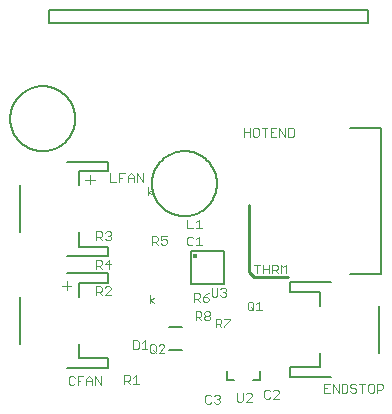
<source format=gto>
G75*
%MOIN*%
%OFA0B0*%
%FSLAX25Y25*%
%IPPOS*%
%LPD*%
%AMOC8*
5,1,8,0,0,1.08239X$1,22.5*
%
%ADD10C,0.00400*%
%ADD11C,0.00300*%
%ADD12C,0.01000*%
%ADD13C,0.00600*%
%ADD14C,0.00800*%
%ADD15C,0.00500*%
%ADD16C,0.01575*%
D10*
X0067068Y0079404D02*
X0067068Y0082473D01*
X0068602Y0080939D02*
X0065533Y0080939D01*
X0074868Y0114804D02*
X0074868Y0117873D01*
X0076402Y0116339D02*
X0073333Y0116339D01*
D11*
X0081644Y0115527D02*
X0083579Y0115527D01*
X0084590Y0115527D02*
X0084590Y0118430D01*
X0086525Y0118430D01*
X0087537Y0117462D02*
X0088504Y0118430D01*
X0089472Y0117462D01*
X0089472Y0115527D01*
X0090483Y0115527D02*
X0090483Y0118430D01*
X0092418Y0115527D01*
X0092418Y0118430D01*
X0089472Y0116978D02*
X0087537Y0116978D01*
X0087537Y0117462D02*
X0087537Y0115527D01*
X0085558Y0116978D02*
X0084590Y0116978D01*
X0081644Y0115527D02*
X0081644Y0118430D01*
X0094283Y0114004D02*
X0094283Y0111102D01*
X0094283Y0112069D02*
X0095734Y0113037D01*
X0094283Y0112069D02*
X0095734Y0111102D01*
X0095572Y0097522D02*
X0097023Y0097522D01*
X0097507Y0097039D01*
X0097507Y0096071D01*
X0097023Y0095587D01*
X0095572Y0095587D01*
X0095572Y0094620D02*
X0095572Y0097522D01*
X0096540Y0095587D02*
X0097507Y0094620D01*
X0098519Y0095104D02*
X0099002Y0094620D01*
X0099970Y0094620D01*
X0100454Y0095104D01*
X0100454Y0096071D01*
X0099970Y0096555D01*
X0099486Y0096555D01*
X0098519Y0096071D01*
X0098519Y0097522D01*
X0100454Y0097522D01*
X0107333Y0096880D02*
X0107333Y0094945D01*
X0107817Y0094461D01*
X0108785Y0094461D01*
X0109268Y0094945D01*
X0110280Y0094461D02*
X0112215Y0094461D01*
X0111247Y0094461D02*
X0111247Y0097363D01*
X0110280Y0096396D01*
X0109268Y0096880D02*
X0108785Y0097363D01*
X0107817Y0097363D01*
X0107333Y0096880D01*
X0107383Y0100139D02*
X0109318Y0100139D01*
X0110330Y0100139D02*
X0112265Y0100139D01*
X0111297Y0100139D02*
X0111297Y0103041D01*
X0110330Y0102074D01*
X0107383Y0103041D02*
X0107383Y0100139D01*
X0115417Y0080266D02*
X0115417Y0077847D01*
X0115901Y0077363D01*
X0116869Y0077363D01*
X0117352Y0077847D01*
X0117352Y0080266D01*
X0118364Y0079782D02*
X0118848Y0080266D01*
X0119815Y0080266D01*
X0120299Y0079782D01*
X0120299Y0079298D01*
X0119815Y0078814D01*
X0120299Y0078331D01*
X0120299Y0077847D01*
X0119815Y0077363D01*
X0118848Y0077363D01*
X0118364Y0077847D01*
X0119331Y0078814D02*
X0119815Y0078814D01*
X0114406Y0078622D02*
X0113438Y0078139D01*
X0112471Y0077171D01*
X0113922Y0077171D01*
X0114406Y0076687D01*
X0114406Y0076204D01*
X0113922Y0075720D01*
X0112954Y0075720D01*
X0112471Y0076204D01*
X0112471Y0077171D01*
X0111459Y0077171D02*
X0110975Y0076687D01*
X0109524Y0076687D01*
X0109524Y0075720D02*
X0109524Y0078622D01*
X0110975Y0078622D01*
X0111459Y0078139D01*
X0111459Y0077171D01*
X0110491Y0076687D02*
X0111459Y0075720D01*
X0111534Y0072441D02*
X0110083Y0072441D01*
X0110083Y0069539D01*
X0110083Y0070506D02*
X0111534Y0070506D01*
X0112018Y0070990D01*
X0112018Y0071958D01*
X0111534Y0072441D01*
X0113030Y0071958D02*
X0113030Y0071474D01*
X0113513Y0070990D01*
X0114481Y0070990D01*
X0114965Y0070506D01*
X0114965Y0070023D01*
X0114481Y0069539D01*
X0113513Y0069539D01*
X0113030Y0070023D01*
X0113030Y0070506D01*
X0113513Y0070990D01*
X0114481Y0070990D02*
X0114965Y0071474D01*
X0114965Y0071958D01*
X0114481Y0072441D01*
X0113513Y0072441D01*
X0113030Y0071958D01*
X0111051Y0070506D02*
X0112018Y0069539D01*
X0116771Y0070053D02*
X0116771Y0067151D01*
X0116771Y0068118D02*
X0118222Y0068118D01*
X0118706Y0068602D01*
X0118706Y0069569D01*
X0118222Y0070053D01*
X0116771Y0070053D01*
X0117739Y0068118D02*
X0118706Y0067151D01*
X0119718Y0067151D02*
X0119718Y0067634D01*
X0121653Y0069569D01*
X0121653Y0070053D01*
X0119718Y0070053D01*
X0127439Y0073293D02*
X0127923Y0072810D01*
X0128890Y0072810D01*
X0129374Y0073293D01*
X0129374Y0075228D01*
X0128890Y0075712D01*
X0127923Y0075712D01*
X0127439Y0075228D01*
X0127439Y0073293D01*
X0128406Y0073777D02*
X0129374Y0072810D01*
X0130385Y0072810D02*
X0132320Y0072810D01*
X0131353Y0072810D02*
X0131353Y0075712D01*
X0130385Y0074745D01*
X0130543Y0085134D02*
X0130543Y0088037D01*
X0131510Y0088037D02*
X0129575Y0088037D01*
X0132522Y0088037D02*
X0132522Y0085134D01*
X0132522Y0086585D02*
X0134457Y0086585D01*
X0135468Y0086102D02*
X0136919Y0086102D01*
X0137403Y0086585D01*
X0137403Y0087553D01*
X0136919Y0088037D01*
X0135468Y0088037D01*
X0135468Y0085134D01*
X0134457Y0085134D02*
X0134457Y0088037D01*
X0136436Y0086102D02*
X0137403Y0085134D01*
X0138415Y0085134D02*
X0138415Y0088037D01*
X0139382Y0087069D01*
X0140350Y0088037D01*
X0140350Y0085134D01*
X0152891Y0048207D02*
X0152891Y0045305D01*
X0154826Y0045305D01*
X0155837Y0045305D02*
X0155837Y0048207D01*
X0157772Y0045305D01*
X0157772Y0048207D01*
X0158784Y0048207D02*
X0160235Y0048207D01*
X0160719Y0047724D01*
X0160719Y0045789D01*
X0160235Y0045305D01*
X0158784Y0045305D01*
X0158784Y0048207D01*
X0161730Y0047724D02*
X0161730Y0047240D01*
X0162214Y0046756D01*
X0163182Y0046756D01*
X0163665Y0046272D01*
X0163665Y0045789D01*
X0163182Y0045305D01*
X0162214Y0045305D01*
X0161730Y0045789D01*
X0161730Y0047724D02*
X0162214Y0048207D01*
X0163182Y0048207D01*
X0163665Y0047724D01*
X0164677Y0048207D02*
X0166612Y0048207D01*
X0165645Y0048207D02*
X0165645Y0045305D01*
X0167624Y0045789D02*
X0167624Y0047724D01*
X0168107Y0048207D01*
X0169075Y0048207D01*
X0169559Y0047724D01*
X0169559Y0045789D01*
X0169075Y0045305D01*
X0168107Y0045305D01*
X0167624Y0045789D01*
X0170570Y0046272D02*
X0172021Y0046272D01*
X0172505Y0046756D01*
X0172505Y0047724D01*
X0172021Y0048207D01*
X0170570Y0048207D01*
X0170570Y0045305D01*
X0154826Y0048207D02*
X0152891Y0048207D01*
X0152891Y0046756D02*
X0153858Y0046756D01*
X0137834Y0045763D02*
X0137350Y0046247D01*
X0136383Y0046247D01*
X0135899Y0045763D01*
X0134887Y0045763D02*
X0134404Y0046247D01*
X0133436Y0046247D01*
X0132952Y0045763D01*
X0132952Y0043828D01*
X0133436Y0043344D01*
X0134404Y0043344D01*
X0134887Y0043828D01*
X0135899Y0043344D02*
X0137834Y0045279D01*
X0137834Y0045763D01*
X0137834Y0043344D02*
X0135899Y0043344D01*
X0128733Y0044305D02*
X0128733Y0044788D01*
X0128250Y0045272D01*
X0127282Y0045272D01*
X0126798Y0044788D01*
X0125787Y0045272D02*
X0125787Y0042853D01*
X0125303Y0042370D01*
X0124336Y0042370D01*
X0123852Y0042853D01*
X0123852Y0045272D01*
X0126798Y0042370D02*
X0128733Y0044305D01*
X0128733Y0042370D02*
X0126798Y0042370D01*
X0118215Y0042145D02*
X0117731Y0041661D01*
X0116764Y0041661D01*
X0116280Y0042145D01*
X0115268Y0042145D02*
X0114785Y0041661D01*
X0113817Y0041661D01*
X0113333Y0042145D01*
X0113333Y0044080D01*
X0113817Y0044563D01*
X0114785Y0044563D01*
X0115268Y0044080D01*
X0116280Y0044080D02*
X0116764Y0044563D01*
X0117731Y0044563D01*
X0118215Y0044080D01*
X0118215Y0043596D01*
X0117731Y0043112D01*
X0118215Y0042628D01*
X0118215Y0042145D01*
X0117731Y0043112D02*
X0117247Y0043112D01*
X0099698Y0058631D02*
X0097763Y0058631D01*
X0099698Y0060566D01*
X0099698Y0061050D01*
X0099215Y0061533D01*
X0098247Y0061533D01*
X0097763Y0061050D01*
X0096752Y0061050D02*
X0096752Y0059115D01*
X0096268Y0058631D01*
X0095301Y0058631D01*
X0094817Y0059115D01*
X0094817Y0061050D01*
X0095301Y0061533D01*
X0096268Y0061533D01*
X0096752Y0061050D01*
X0095784Y0059598D02*
X0096752Y0058631D01*
X0094045Y0059880D02*
X0092110Y0059880D01*
X0093077Y0059880D02*
X0093077Y0062782D01*
X0092110Y0061815D01*
X0091098Y0062299D02*
X0091098Y0060364D01*
X0090615Y0059880D01*
X0089163Y0059880D01*
X0089163Y0062782D01*
X0090615Y0062782D01*
X0091098Y0062299D01*
X0090305Y0051276D02*
X0090305Y0048373D01*
X0091272Y0048373D02*
X0089337Y0048373D01*
X0088326Y0048373D02*
X0087358Y0049341D01*
X0087842Y0049341D02*
X0086391Y0049341D01*
X0086391Y0048373D02*
X0086391Y0051276D01*
X0087842Y0051276D01*
X0088326Y0050792D01*
X0088326Y0049825D01*
X0087842Y0049341D01*
X0089337Y0050308D02*
X0090305Y0051276D01*
X0078585Y0050826D02*
X0078585Y0047924D01*
X0076650Y0050826D01*
X0076650Y0047924D01*
X0075639Y0047924D02*
X0075639Y0049859D01*
X0074671Y0050826D01*
X0073704Y0049859D01*
X0073704Y0047924D01*
X0073704Y0049375D02*
X0075639Y0049375D01*
X0072692Y0050826D02*
X0070757Y0050826D01*
X0070757Y0047924D01*
X0069746Y0048408D02*
X0069262Y0047924D01*
X0068294Y0047924D01*
X0067811Y0048408D01*
X0067811Y0050343D01*
X0068294Y0050826D01*
X0069262Y0050826D01*
X0069746Y0050343D01*
X0070757Y0049375D02*
X0071725Y0049375D01*
X0094883Y0075102D02*
X0094883Y0078004D01*
X0096334Y0077037D02*
X0094883Y0076069D01*
X0096334Y0075102D01*
X0081739Y0077893D02*
X0079804Y0077893D01*
X0081739Y0079828D01*
X0081739Y0080312D01*
X0081255Y0080796D01*
X0080287Y0080796D01*
X0079804Y0080312D01*
X0078792Y0080312D02*
X0078792Y0079344D01*
X0078308Y0078861D01*
X0076857Y0078861D01*
X0077825Y0078861D02*
X0078792Y0077893D01*
X0076857Y0077893D02*
X0076857Y0080796D01*
X0078308Y0080796D01*
X0078792Y0080312D01*
X0078792Y0086704D02*
X0077825Y0087672D01*
X0078308Y0087672D02*
X0076857Y0087672D01*
X0076857Y0086704D02*
X0076857Y0089607D01*
X0078308Y0089607D01*
X0078792Y0089123D01*
X0078792Y0088155D01*
X0078308Y0087672D01*
X0079804Y0088155D02*
X0081739Y0088155D01*
X0081255Y0086704D02*
X0081255Y0089607D01*
X0079804Y0088155D01*
X0080487Y0096161D02*
X0080004Y0096645D01*
X0080487Y0096161D02*
X0081455Y0096161D01*
X0081939Y0096645D01*
X0081939Y0097128D01*
X0081455Y0097612D01*
X0080971Y0097612D01*
X0081455Y0097612D02*
X0081939Y0098096D01*
X0081939Y0098580D01*
X0081455Y0099063D01*
X0080487Y0099063D01*
X0080004Y0098580D01*
X0078992Y0098580D02*
X0078992Y0097612D01*
X0078508Y0097128D01*
X0077057Y0097128D01*
X0077057Y0096161D02*
X0077057Y0099063D01*
X0078508Y0099063D01*
X0078992Y0098580D01*
X0078025Y0097128D02*
X0078992Y0096161D01*
X0126231Y0130639D02*
X0126231Y0133541D01*
X0126231Y0132090D02*
X0128166Y0132090D01*
X0129178Y0131123D02*
X0129661Y0130639D01*
X0130629Y0130639D01*
X0131113Y0131123D01*
X0131113Y0133058D01*
X0130629Y0133541D01*
X0129661Y0133541D01*
X0129178Y0133058D01*
X0129178Y0131123D01*
X0128166Y0130639D02*
X0128166Y0133541D01*
X0132124Y0133541D02*
X0134059Y0133541D01*
X0133092Y0133541D02*
X0133092Y0130639D01*
X0135071Y0130639D02*
X0135071Y0133541D01*
X0137006Y0133541D01*
X0138017Y0133541D02*
X0138017Y0130639D01*
X0137006Y0130639D02*
X0135071Y0130639D01*
X0135071Y0132090D02*
X0136038Y0132090D01*
X0138017Y0133541D02*
X0139952Y0130639D01*
X0139952Y0133541D01*
X0140964Y0133541D02*
X0142415Y0133541D01*
X0142899Y0133058D01*
X0142899Y0131123D01*
X0142415Y0130639D01*
X0140964Y0130639D01*
X0140964Y0133541D01*
D12*
X0127733Y0107837D02*
X0127733Y0085637D01*
X0129533Y0083837D01*
X0140933Y0083837D01*
D13*
X0095561Y0115029D02*
X0095564Y0115295D01*
X0095574Y0115560D01*
X0095590Y0115825D01*
X0095613Y0116090D01*
X0095642Y0116354D01*
X0095678Y0116618D01*
X0095720Y0116880D01*
X0095769Y0117141D01*
X0095824Y0117401D01*
X0095885Y0117660D01*
X0095953Y0117917D01*
X0096027Y0118172D01*
X0096107Y0118425D01*
X0096194Y0118677D01*
X0096286Y0118926D01*
X0096385Y0119172D01*
X0096490Y0119417D01*
X0096601Y0119658D01*
X0096717Y0119897D01*
X0096839Y0120133D01*
X0096968Y0120366D01*
X0097101Y0120595D01*
X0097241Y0120821D01*
X0097386Y0121044D01*
X0097536Y0121263D01*
X0097692Y0121479D01*
X0097853Y0121690D01*
X0098019Y0121898D01*
X0098190Y0122101D01*
X0098366Y0122300D01*
X0098547Y0122495D01*
X0098732Y0122685D01*
X0098922Y0122870D01*
X0099117Y0123051D01*
X0099316Y0123227D01*
X0099519Y0123398D01*
X0099727Y0123564D01*
X0099938Y0123725D01*
X0100154Y0123881D01*
X0100373Y0124031D01*
X0100596Y0124176D01*
X0100822Y0124316D01*
X0101051Y0124449D01*
X0101284Y0124578D01*
X0101520Y0124700D01*
X0101759Y0124816D01*
X0102000Y0124927D01*
X0102245Y0125032D01*
X0102491Y0125131D01*
X0102740Y0125223D01*
X0102992Y0125310D01*
X0103245Y0125390D01*
X0103500Y0125464D01*
X0103757Y0125532D01*
X0104016Y0125593D01*
X0104276Y0125648D01*
X0104537Y0125697D01*
X0104799Y0125739D01*
X0105063Y0125775D01*
X0105327Y0125804D01*
X0105592Y0125827D01*
X0105857Y0125843D01*
X0106122Y0125853D01*
X0106388Y0125856D01*
X0106654Y0125853D01*
X0106919Y0125843D01*
X0107184Y0125827D01*
X0107449Y0125804D01*
X0107713Y0125775D01*
X0107977Y0125739D01*
X0108239Y0125697D01*
X0108500Y0125648D01*
X0108760Y0125593D01*
X0109019Y0125532D01*
X0109276Y0125464D01*
X0109531Y0125390D01*
X0109784Y0125310D01*
X0110036Y0125223D01*
X0110285Y0125131D01*
X0110531Y0125032D01*
X0110776Y0124927D01*
X0111017Y0124816D01*
X0111256Y0124700D01*
X0111492Y0124578D01*
X0111725Y0124449D01*
X0111954Y0124316D01*
X0112180Y0124176D01*
X0112403Y0124031D01*
X0112622Y0123881D01*
X0112838Y0123725D01*
X0113049Y0123564D01*
X0113257Y0123398D01*
X0113460Y0123227D01*
X0113659Y0123051D01*
X0113854Y0122870D01*
X0114044Y0122685D01*
X0114229Y0122495D01*
X0114410Y0122300D01*
X0114586Y0122101D01*
X0114757Y0121898D01*
X0114923Y0121690D01*
X0115084Y0121479D01*
X0115240Y0121263D01*
X0115390Y0121044D01*
X0115535Y0120821D01*
X0115675Y0120595D01*
X0115808Y0120366D01*
X0115937Y0120133D01*
X0116059Y0119897D01*
X0116175Y0119658D01*
X0116286Y0119417D01*
X0116391Y0119172D01*
X0116490Y0118926D01*
X0116582Y0118677D01*
X0116669Y0118425D01*
X0116749Y0118172D01*
X0116823Y0117917D01*
X0116891Y0117660D01*
X0116952Y0117401D01*
X0117007Y0117141D01*
X0117056Y0116880D01*
X0117098Y0116618D01*
X0117134Y0116354D01*
X0117163Y0116090D01*
X0117186Y0115825D01*
X0117202Y0115560D01*
X0117212Y0115295D01*
X0117215Y0115029D01*
X0117212Y0114763D01*
X0117202Y0114498D01*
X0117186Y0114233D01*
X0117163Y0113968D01*
X0117134Y0113704D01*
X0117098Y0113440D01*
X0117056Y0113178D01*
X0117007Y0112917D01*
X0116952Y0112657D01*
X0116891Y0112398D01*
X0116823Y0112141D01*
X0116749Y0111886D01*
X0116669Y0111633D01*
X0116582Y0111381D01*
X0116490Y0111132D01*
X0116391Y0110886D01*
X0116286Y0110641D01*
X0116175Y0110400D01*
X0116059Y0110161D01*
X0115937Y0109925D01*
X0115808Y0109692D01*
X0115675Y0109463D01*
X0115535Y0109237D01*
X0115390Y0109014D01*
X0115240Y0108795D01*
X0115084Y0108579D01*
X0114923Y0108368D01*
X0114757Y0108160D01*
X0114586Y0107957D01*
X0114410Y0107758D01*
X0114229Y0107563D01*
X0114044Y0107373D01*
X0113854Y0107188D01*
X0113659Y0107007D01*
X0113460Y0106831D01*
X0113257Y0106660D01*
X0113049Y0106494D01*
X0112838Y0106333D01*
X0112622Y0106177D01*
X0112403Y0106027D01*
X0112180Y0105882D01*
X0111954Y0105742D01*
X0111725Y0105609D01*
X0111492Y0105480D01*
X0111256Y0105358D01*
X0111017Y0105242D01*
X0110776Y0105131D01*
X0110531Y0105026D01*
X0110285Y0104927D01*
X0110036Y0104835D01*
X0109784Y0104748D01*
X0109531Y0104668D01*
X0109276Y0104594D01*
X0109019Y0104526D01*
X0108760Y0104465D01*
X0108500Y0104410D01*
X0108239Y0104361D01*
X0107977Y0104319D01*
X0107713Y0104283D01*
X0107449Y0104254D01*
X0107184Y0104231D01*
X0106919Y0104215D01*
X0106654Y0104205D01*
X0106388Y0104202D01*
X0106122Y0104205D01*
X0105857Y0104215D01*
X0105592Y0104231D01*
X0105327Y0104254D01*
X0105063Y0104283D01*
X0104799Y0104319D01*
X0104537Y0104361D01*
X0104276Y0104410D01*
X0104016Y0104465D01*
X0103757Y0104526D01*
X0103500Y0104594D01*
X0103245Y0104668D01*
X0102992Y0104748D01*
X0102740Y0104835D01*
X0102491Y0104927D01*
X0102245Y0105026D01*
X0102000Y0105131D01*
X0101759Y0105242D01*
X0101520Y0105358D01*
X0101284Y0105480D01*
X0101051Y0105609D01*
X0100822Y0105742D01*
X0100596Y0105882D01*
X0100373Y0106027D01*
X0100154Y0106177D01*
X0099938Y0106333D01*
X0099727Y0106494D01*
X0099519Y0106660D01*
X0099316Y0106831D01*
X0099117Y0107007D01*
X0098922Y0107188D01*
X0098732Y0107373D01*
X0098547Y0107563D01*
X0098366Y0107758D01*
X0098190Y0107957D01*
X0098019Y0108160D01*
X0097853Y0108368D01*
X0097692Y0108579D01*
X0097536Y0108795D01*
X0097386Y0109014D01*
X0097241Y0109237D01*
X0097101Y0109463D01*
X0096968Y0109692D01*
X0096839Y0109925D01*
X0096717Y0110161D01*
X0096601Y0110400D01*
X0096490Y0110641D01*
X0096385Y0110886D01*
X0096286Y0111132D01*
X0096194Y0111381D01*
X0096107Y0111633D01*
X0096027Y0111886D01*
X0095953Y0112141D01*
X0095885Y0112398D01*
X0095824Y0112657D01*
X0095769Y0112917D01*
X0095720Y0113178D01*
X0095678Y0113440D01*
X0095642Y0113704D01*
X0095613Y0113968D01*
X0095590Y0114233D01*
X0095574Y0114498D01*
X0095564Y0114763D01*
X0095561Y0115029D01*
X0048317Y0136683D02*
X0048320Y0136949D01*
X0048330Y0137214D01*
X0048346Y0137479D01*
X0048369Y0137744D01*
X0048398Y0138008D01*
X0048434Y0138272D01*
X0048476Y0138534D01*
X0048525Y0138795D01*
X0048580Y0139055D01*
X0048641Y0139314D01*
X0048709Y0139571D01*
X0048783Y0139826D01*
X0048863Y0140079D01*
X0048950Y0140331D01*
X0049042Y0140580D01*
X0049141Y0140826D01*
X0049246Y0141071D01*
X0049357Y0141312D01*
X0049473Y0141551D01*
X0049595Y0141787D01*
X0049724Y0142020D01*
X0049857Y0142249D01*
X0049997Y0142475D01*
X0050142Y0142698D01*
X0050292Y0142917D01*
X0050448Y0143133D01*
X0050609Y0143344D01*
X0050775Y0143552D01*
X0050946Y0143755D01*
X0051122Y0143954D01*
X0051303Y0144149D01*
X0051488Y0144339D01*
X0051678Y0144524D01*
X0051873Y0144705D01*
X0052072Y0144881D01*
X0052275Y0145052D01*
X0052483Y0145218D01*
X0052694Y0145379D01*
X0052910Y0145535D01*
X0053129Y0145685D01*
X0053352Y0145830D01*
X0053578Y0145970D01*
X0053807Y0146103D01*
X0054040Y0146232D01*
X0054276Y0146354D01*
X0054515Y0146470D01*
X0054756Y0146581D01*
X0055001Y0146686D01*
X0055247Y0146785D01*
X0055496Y0146877D01*
X0055748Y0146964D01*
X0056001Y0147044D01*
X0056256Y0147118D01*
X0056513Y0147186D01*
X0056772Y0147247D01*
X0057032Y0147302D01*
X0057293Y0147351D01*
X0057555Y0147393D01*
X0057819Y0147429D01*
X0058083Y0147458D01*
X0058348Y0147481D01*
X0058613Y0147497D01*
X0058878Y0147507D01*
X0059144Y0147510D01*
X0059410Y0147507D01*
X0059675Y0147497D01*
X0059940Y0147481D01*
X0060205Y0147458D01*
X0060469Y0147429D01*
X0060733Y0147393D01*
X0060995Y0147351D01*
X0061256Y0147302D01*
X0061516Y0147247D01*
X0061775Y0147186D01*
X0062032Y0147118D01*
X0062287Y0147044D01*
X0062540Y0146964D01*
X0062792Y0146877D01*
X0063041Y0146785D01*
X0063287Y0146686D01*
X0063532Y0146581D01*
X0063773Y0146470D01*
X0064012Y0146354D01*
X0064248Y0146232D01*
X0064481Y0146103D01*
X0064710Y0145970D01*
X0064936Y0145830D01*
X0065159Y0145685D01*
X0065378Y0145535D01*
X0065594Y0145379D01*
X0065805Y0145218D01*
X0066013Y0145052D01*
X0066216Y0144881D01*
X0066415Y0144705D01*
X0066610Y0144524D01*
X0066800Y0144339D01*
X0066985Y0144149D01*
X0067166Y0143954D01*
X0067342Y0143755D01*
X0067513Y0143552D01*
X0067679Y0143344D01*
X0067840Y0143133D01*
X0067996Y0142917D01*
X0068146Y0142698D01*
X0068291Y0142475D01*
X0068431Y0142249D01*
X0068564Y0142020D01*
X0068693Y0141787D01*
X0068815Y0141551D01*
X0068931Y0141312D01*
X0069042Y0141071D01*
X0069147Y0140826D01*
X0069246Y0140580D01*
X0069338Y0140331D01*
X0069425Y0140079D01*
X0069505Y0139826D01*
X0069579Y0139571D01*
X0069647Y0139314D01*
X0069708Y0139055D01*
X0069763Y0138795D01*
X0069812Y0138534D01*
X0069854Y0138272D01*
X0069890Y0138008D01*
X0069919Y0137744D01*
X0069942Y0137479D01*
X0069958Y0137214D01*
X0069968Y0136949D01*
X0069971Y0136683D01*
X0069968Y0136417D01*
X0069958Y0136152D01*
X0069942Y0135887D01*
X0069919Y0135622D01*
X0069890Y0135358D01*
X0069854Y0135094D01*
X0069812Y0134832D01*
X0069763Y0134571D01*
X0069708Y0134311D01*
X0069647Y0134052D01*
X0069579Y0133795D01*
X0069505Y0133540D01*
X0069425Y0133287D01*
X0069338Y0133035D01*
X0069246Y0132786D01*
X0069147Y0132540D01*
X0069042Y0132295D01*
X0068931Y0132054D01*
X0068815Y0131815D01*
X0068693Y0131579D01*
X0068564Y0131346D01*
X0068431Y0131117D01*
X0068291Y0130891D01*
X0068146Y0130668D01*
X0067996Y0130449D01*
X0067840Y0130233D01*
X0067679Y0130022D01*
X0067513Y0129814D01*
X0067342Y0129611D01*
X0067166Y0129412D01*
X0066985Y0129217D01*
X0066800Y0129027D01*
X0066610Y0128842D01*
X0066415Y0128661D01*
X0066216Y0128485D01*
X0066013Y0128314D01*
X0065805Y0128148D01*
X0065594Y0127987D01*
X0065378Y0127831D01*
X0065159Y0127681D01*
X0064936Y0127536D01*
X0064710Y0127396D01*
X0064481Y0127263D01*
X0064248Y0127134D01*
X0064012Y0127012D01*
X0063773Y0126896D01*
X0063532Y0126785D01*
X0063287Y0126680D01*
X0063041Y0126581D01*
X0062792Y0126489D01*
X0062540Y0126402D01*
X0062287Y0126322D01*
X0062032Y0126248D01*
X0061775Y0126180D01*
X0061516Y0126119D01*
X0061256Y0126064D01*
X0060995Y0126015D01*
X0060733Y0125973D01*
X0060469Y0125937D01*
X0060205Y0125908D01*
X0059940Y0125885D01*
X0059675Y0125869D01*
X0059410Y0125859D01*
X0059144Y0125856D01*
X0058878Y0125859D01*
X0058613Y0125869D01*
X0058348Y0125885D01*
X0058083Y0125908D01*
X0057819Y0125937D01*
X0057555Y0125973D01*
X0057293Y0126015D01*
X0057032Y0126064D01*
X0056772Y0126119D01*
X0056513Y0126180D01*
X0056256Y0126248D01*
X0056001Y0126322D01*
X0055748Y0126402D01*
X0055496Y0126489D01*
X0055247Y0126581D01*
X0055001Y0126680D01*
X0054756Y0126785D01*
X0054515Y0126896D01*
X0054276Y0127012D01*
X0054040Y0127134D01*
X0053807Y0127263D01*
X0053578Y0127396D01*
X0053352Y0127536D01*
X0053129Y0127681D01*
X0052910Y0127831D01*
X0052694Y0127987D01*
X0052483Y0128148D01*
X0052275Y0128314D01*
X0052072Y0128485D01*
X0051873Y0128661D01*
X0051678Y0128842D01*
X0051488Y0129027D01*
X0051303Y0129217D01*
X0051122Y0129412D01*
X0050946Y0129611D01*
X0050775Y0129814D01*
X0050609Y0130022D01*
X0050448Y0130233D01*
X0050292Y0130449D01*
X0050142Y0130668D01*
X0049997Y0130891D01*
X0049857Y0131117D01*
X0049724Y0131346D01*
X0049595Y0131579D01*
X0049473Y0131815D01*
X0049357Y0132054D01*
X0049246Y0132295D01*
X0049141Y0132540D01*
X0049042Y0132786D01*
X0048950Y0133035D01*
X0048863Y0133287D01*
X0048783Y0133540D01*
X0048709Y0133795D01*
X0048641Y0134052D01*
X0048580Y0134311D01*
X0048525Y0134571D01*
X0048476Y0134832D01*
X0048434Y0135094D01*
X0048398Y0135358D01*
X0048369Y0135622D01*
X0048346Y0135887D01*
X0048330Y0136152D01*
X0048320Y0136417D01*
X0048317Y0136683D01*
D14*
X0051480Y0077311D02*
X0051480Y0061563D01*
X0067228Y0053689D02*
X0081007Y0053689D01*
X0081007Y0056838D01*
X0071165Y0056838D01*
X0071165Y0061563D01*
X0071165Y0077311D02*
X0071165Y0082035D01*
X0081007Y0082035D01*
X0081007Y0085185D01*
X0067228Y0085185D01*
X0067228Y0090889D02*
X0081007Y0090889D01*
X0081007Y0094038D01*
X0071165Y0094038D01*
X0071165Y0098763D01*
X0071165Y0114511D02*
X0071165Y0119235D01*
X0081007Y0119235D01*
X0081007Y0122385D01*
X0067228Y0122385D01*
X0051480Y0114511D02*
X0051480Y0098763D01*
X0101157Y0067374D02*
X0105487Y0067374D01*
X0105487Y0059500D02*
X0101157Y0059500D01*
X0120602Y0052678D02*
X0120602Y0049528D01*
X0122965Y0049528D01*
X0129264Y0049528D02*
X0131626Y0049528D01*
X0131626Y0052678D01*
X0141594Y0053831D02*
X0141594Y0050681D01*
X0155374Y0050681D01*
X0151437Y0053831D02*
X0141594Y0053831D01*
X0151437Y0053831D02*
X0151437Y0058555D01*
X0151437Y0074303D02*
X0151437Y0079027D01*
X0141594Y0079027D01*
X0141594Y0082177D01*
X0155374Y0082177D01*
X0171122Y0074303D02*
X0171122Y0058555D01*
X0119445Y0081440D02*
X0108421Y0081440D01*
X0108421Y0092464D01*
X0119445Y0092464D01*
X0119445Y0081440D01*
D15*
X0161428Y0084911D02*
X0171939Y0084911D01*
X0171939Y0133533D01*
X0171743Y0133533D02*
X0161506Y0133533D01*
X0167691Y0168397D02*
X0167691Y0172727D01*
X0061391Y0172727D01*
X0061391Y0168397D01*
X0167691Y0168397D01*
D16*
X0109996Y0090889D03*
M02*

</source>
